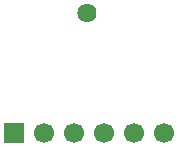
<source format=gbr>
%TF.GenerationSoftware,KiCad,Pcbnew,9.0.5*%
%TF.CreationDate,2025-10-11T00:16:22-04:00*%
%TF.ProjectId,audio-board,61756469-6f2d-4626-9f61-72642e6b6963,rev?*%
%TF.SameCoordinates,Original*%
%TF.FileFunction,Soldermask,Bot*%
%TF.FilePolarity,Negative*%
%FSLAX46Y46*%
G04 Gerber Fmt 4.6, Leading zero omitted, Abs format (unit mm)*
G04 Created by KiCad (PCBNEW 9.0.5) date 2025-10-11 00:16:22*
%MOMM*%
%LPD*%
G01*
G04 APERTURE LIST*
%ADD10C,1.625000*%
%ADD11R,1.700000X1.700000*%
%ADD12C,1.700000*%
G04 APERTURE END LIST*
D10*
%TO.C,MK1*%
X142000000Y-74800000D03*
%TD*%
D11*
%TO.C,J1*%
X135840000Y-85000000D03*
D12*
X138380000Y-85000000D03*
X140920000Y-85000000D03*
X143460000Y-85000000D03*
X146000000Y-85000000D03*
X148540000Y-85000000D03*
%TD*%
M02*

</source>
